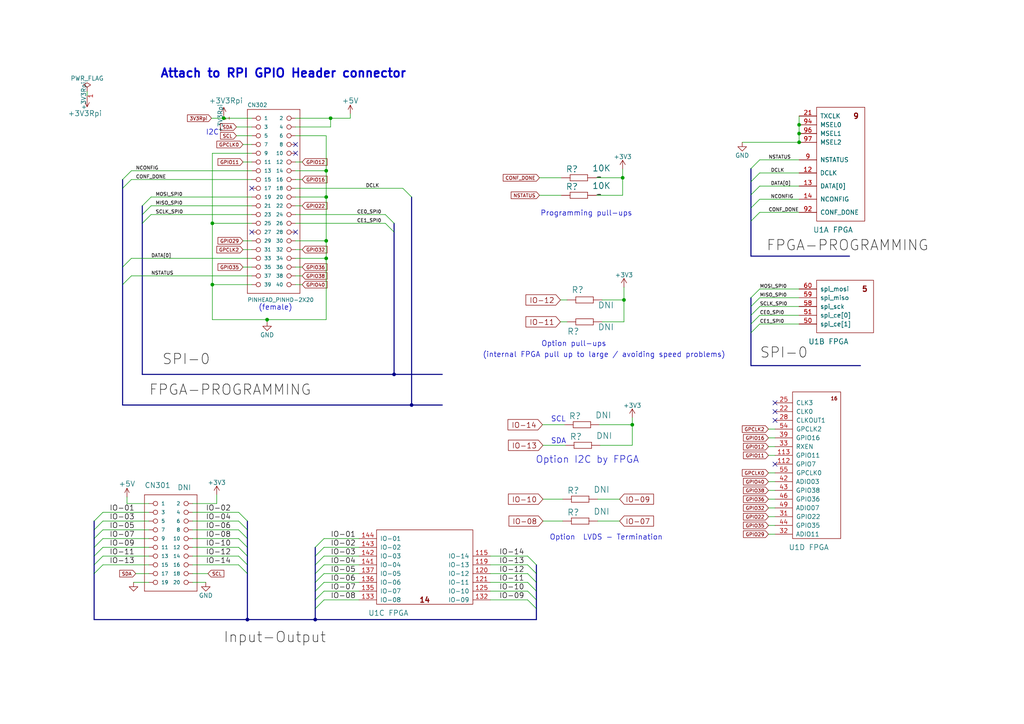
<source format=kicad_sch>
(kicad_sch (version 20231120) (generator "eeschema") (generator_version "8.0")
  (paper "A4")
  (title_block (date "2021-04-21") (rev "beta5") (company "AppMind") (comment 1 "PA3GSB"))
  (lib_symbols
    (symbol "Radioberry:+3V3Rpi" (power) (pin_names (offset 0))
      (property "Value" "+3V3Rpi" (at 0.635 5.08 0))
      (symbol "+3V3Rpi_0_1"
        (polyline (pts (xy 0 3.175) (xy -0.635 1.905)))
        (polyline (pts (xy 0 0) (xy 0 3.175) (xy 0.635 1.905)))
      )
      (symbol "+3V3Rpi_1_1"
        (pin power_in line (at 0 0 90) (length 0) (name "+3V3Rpi") (number "1"))
      )
    )
    (symbol "Radioberry:+5V" (pin_names (offset 0))
      (property "Value" "+5V" (at 0 3.81 0))
      (symbol "+5V_0_1"
        (polyline (pts (xy 0 0) (xy 0 2.54)))
        (polyline (pts (xy 0 2.54) (xy -0.635 1.27)))
        (polyline (pts (xy 0 2.54) (xy 0.635 1.27)))
      )
      (symbol "+5V_1_1"
        (pin power_in line (at 0 0 90) (length 0) hide (name "+5V") (number "1"))
      )
    )
    (symbol "Radioberry:FPGA" (pin_names (offset 1.016))
      (property "Reference" "U" (at 2.54 -2.54 0))
      (property "Value" "FPGA" (at 8.89 -2.54 0))
      (symbol "FPGA_1_0"
        (text "9" (at 12.7 30.48 0) (effects (font (size 1.524 1.524) (bold yes))))
      )
      (symbol "FPGA_1_1"
        (rectangle (start 1.27 33.02) (end 15.24 0))
        (pin input line (at -3.81 13.97 0) (length 5.0038) (name "DCLK") (number "12"))
        (pin input line (at -3.81 10.16 0) (length 5.08) (name "DATA[0]") (number "13"))
        (pin input line (at -3.81 6.35 0) (length 5.08) (name "NCONFIG") (number "14"))
        (pin input line (at -3.81 30.48 0) (length 5.08) (name "TXCLK") (number "21"))
        (pin input line (at -3.81 17.78 0) (length 5.08) (name "NSTATUS") (number "9"))
        (pin input line (at -3.81 2.54 0) (length 5.08) (name "CONF_DONE") (number "92"))
        (pin input line (at -3.81 27.94 0) (length 5.08) (name "MSEL0") (number "94"))
        (pin input line (at -3.81 25.4 0) (length 5.08) (name "MSEL1") (number "96"))
        (pin input line (at -3.81 22.86 0) (length 5.08) (name "MSEL2") (number "97"))
      )
      (symbol "FPGA_2_0"
        (text "5" (at 16.51 12.7 0) (effects (font (size 1.524 1.524) (bold yes))))
      )
      (symbol "FPGA_2_1"
        (rectangle (start 2.54 15.24) (end 19.05 0))
        (rectangle (start 11.43 30.48) (end 11.43 30.48))
        (rectangle (start 11.43 30.48) (end 11.43 30.48))
        (pin input line (at -2.54 2.54 0) (length 5.08) (name "spi_ce[1]") (number "50"))
        (pin input line (at -2.54 5.08 0) (length 5.08) (name "spi_ce[0]") (number "51"))
        (pin input line (at -2.54 7.62 0) (length 5.08) (name "spi_sck") (number "58"))
        (pin output line (at -2.54 10.16 0) (length 5.08) (name "spi_miso") (number "59"))
        (pin input line (at -2.54 12.7 0) (length 5.08) (name "spi_mosi") (number "60"))
      )
      (symbol "FPGA_3_0"
        (text "14" (at 16.51 1.27 0) (effects (font (size 1.524 1.524) (bold yes))))
      )
      (symbol "FPGA_3_1"
        (rectangle (start 2.54 21.59) (end 30.48 0))
        (pin bidirectional line (at 35.56 13.97 180) (length 5.08) (name "IO-14") (number "115"))
        (pin bidirectional line (at 35.56 11.43 180) (length 5.08) (name "IO-13") (number "119"))
        (pin input line (at 35.56 8.89 180) (length 5.08) (name "IO-12") (number "120"))
        (pin bidirectional line (at 35.56 6.35 180) (length 5.08) (name "IO-11") (number "121"))
        (pin bidirectional line (at 35.56 3.81 180) (length 5.08) (name "IO-10") (number "125"))
        (pin bidirectional line (at 35.56 1.27 180) (length 5.08) (name "IO-09") (number "132"))
        (pin bidirectional line (at -2.54 1.27 0) (length 5.08) (name "IO-08") (number "133"))
        (pin bidirectional line (at -2.54 3.81 0) (length 5.08) (name "IO-07") (number "135"))
        (pin bidirectional line (at -2.54 6.35 0) (length 5.08) (name "IO-06") (number "136"))
        (pin bidirectional line (at -2.54 8.89 0) (length 5.08) (name "IO-05") (number "137"))
        (pin bidirectional line (at -2.54 11.43 0) (length 5.08) (name "IO-04") (number "141"))
        (pin bidirectional line (at -2.54 13.97 0) (length 5.08) (name "IO-03") (number "142"))
        (pin bidirectional line (at -2.54 16.51 0) (length 5.08) (name "IO-02") (number "143"))
        (pin output line (at -2.54 19.05 0) (length 5.08) (name "IO-01") (number "144"))
      )
      (symbol "FPGA_4_0"
        (text "16" (at 13.335 40.64 0) (effects (font (size 0.9906 0.9906) (bold yes))))
      )
      (symbol "FPGA_4_1"
        (rectangle (start 1.27 42.545) (end 15.24 0))
        (pin power_in line (at -3.81 21.59 0) (length 5.0038) (name "GPIO7") (number "112"))
        (pin input line (at -3.81 24.13 0) (length 5.0038) (name "GPIO11") (number "113"))
        (pin power_in line (at -3.81 36.83 0) (length 5.08) (name "CLK0") (number "22"))
        (pin power_in line (at -3.81 39.37 0) (length 5.08) (name "CLK3") (number "25"))
        (pin input line (at -3.81 34.29 0) (length 5.08) (name "CLKOUT1") (number "28"))
        (pin power_in line (at -3.81 6.35 0) (length 5.08) (name "GPIO22") (number "31"))
        (pin input line (at -3.81 1.27 0) (length 5.0038) (name "ADIO11") (number "32"))
        (pin power_in line (at -3.81 26.67 0) (length 5.0038) (name "RXEN") (number "33"))
        (pin input line (at -3.81 29.21 0) (length 5.0038) (name "GPIO16") (number "39"))
        (pin input line (at -3.81 16.51 0) (length 5.0038) (name "ADIO03") (number "42"))
        (pin input line (at -3.81 13.97 0) (length 5.0038) (name "GPIO38") (number "43"))
        (pin input line (at -3.81 3.81 0) (length 5.0038) (name "GPIO35") (number "44"))
        (pin input line (at -3.81 11.43 0) (length 5.0038) (name "GPIO36") (number "46"))
        (pin input line (at -3.81 8.89 0) (length 5.0038) (name "ADIO07") (number "49"))
        (pin input line (at -3.81 31.75 0) (length 5.08) (name "GPCLK2") (number "54"))
        (pin input line (at -3.81 19.05 0) (length 5.08) (name "GPCLK0") (number "55"))
      )
      (symbol "FPGA_5_0"
        (text "55" (at 26.67 3.81 0) (effects (font (size 1.524 1.524) (bold yes))))
      )
      (symbol "FPGA_5_1"
        (rectangle (start 1.27 149.86) (end 30.48 0))
        (pin power_in line (at -3.81 143.51 0) (length 5.08) (name "VCCD_PLL3") (number "1"))
        (pin power_in line (at -3.81 87.63 0) (length 5.08) (name "VCCINT") (number "102"))
        (pin power_in line (at -3.81 31.75 0) (length 5.08) (name "GND") (number "104"))
        (pin power_in line (at -3.81 114.3 0) (length 5.08) (name "VCAA2") (number "107"))
        (pin output line (at -3.81 59.69 0) (length 5.0038) (name "MODE") (number "108"))
        (pin power_in line (at -3.81 140.97 0) (length 5.08) (name "VCCD_PLL2") (number "109"))
        (pin input line (at -3.81 34.29 0) (length 5.08) (name "CLKOUT1") (number "110"))
        (pin power_in line (at -3.81 90.17 0) (length 5.08) (name "VCCINT") (number "116"))
        (pin power_in line (at 35.56 72.39 180) (length 5.08) (name "VCCIO7") (number "117"))
        (pin power_in line (at -3.81 36.83 0) (length 5.08) (name "GND") (number "118"))
        (pin power_in line (at 35.56 69.85 180) (length 5.08) (name "VCCIO7") (number "122"))
        (pin power_in line (at -3.81 39.37 0) (length 5.08) (name "GND") (number "123"))
        (pin power_in line (at -3.81 92.71 0) (length 5.08) (name "VCCINT") (number "124"))
        (pin power_in line (at 35.56 60.96 180) (length 5.08) (name "VCCIO8") (number "130"))
        (pin power_in line (at -3.81 41.91 0) (length 5.08) (name "GND") (number "131"))
        (pin power_in line (at -3.81 97.79 0) (length 5.08) (name "VCCINT") (number "134"))
        (pin power_in line (at -3.81 95.25 0) (length 5.08) (name "VCCINT") (number "138"))
        (pin power_in line (at 35.56 58.42 180) (length 5.08) (name "VCCIO8") (number "139"))
        (pin power_in line (at -3.81 44.45 0) (length 5.08) (name "GND") (number "140"))
        (pin power_in line (at -3.81 46.99 0) (length 5.08) (name "PAD") (number "145"))
        (pin power_in line (at 35.56 121.92 180) (length 5.08) (name "VCCIO1") (number "17"))
        (pin power_in line (at -3.81 3.81 0) (length 5.0038) (name "GND") (number "19"))
        (pin power_in line (at -3.81 52.07 0) (length 5.08) (name "GNDA") (number "2"))
        (pin power_in line (at 35.56 118.11 180) (length 5.08) (name "VCCIO2") (number "26"))
        (pin power_in line (at -3.81 6.35 0) (length 5.08) (name "GND") (number "27"))
        (pin power_in line (at -3.81 69.85 0) (length 5.08) (name "VCCINT") (number "29"))
        (pin power_in line (at -3.81 116.84 0) (length 5.08) (name "VCCA3") (number "3"))
        (pin input line (at -3.81 8.89 0) (length 5.0038) (name "ADIO07") (number "30"))
        (pin power_in line (at -3.81 72.39 0) (length 5.08) (name "VCCINT") (number "34"))
        (pin power_in line (at -3.81 111.76 0) (length 5.08) (name "VCCA1") (number "35"))
        (pin input line (at -3.81 54.61 0) (length 5.08) (name "RESET") (number "36"))
        (pin power_in line (at -3.81 138.43 0) (length 5.08) (name "VCCD_PLL1") (number "37"))
        (pin power_in line (at -3.81 74.93 0) (length 5.08) (name "VCCINT") (number "38"))
        (pin input line (at -3.81 1.27 0) (length 5.0038) (name "ADIO11") (number "4"))
        (pin power_in line (at 35.56 110.49 180) (length 5.08) (name "VCCIO3") (number "40"))
        (pin power_in line (at -3.81 11.43 0) (length 5.0038) (name "GND") (number "41"))
        (pin power_in line (at -3.81 77.47 0) (length 5.08) (name "VCCINT") (number "45"))
        (pin power_in line (at 35.56 107.95 180) (length 5.08) (name "VCCIO3") (number "47"))
        (pin power_in line (at -3.81 13.97 0) (length 5.0038) (name "GND") (number "48"))
        (pin power_in line (at -3.81 67.31 0) (length 5.08) (name "VCCINT") (number "5"))
        (pin power_in line (at 35.56 100.33 180) (length 5.08) (name "VCCIO4") (number "56"))
        (pin input line (at -3.81 16.51 0) (length 5.0038) (name "ADIO03") (number "57"))
        (pin power_in line (at -3.81 100.33 0) (length 5.08) (name "VCCINT") (number "61"))
        (pin power_in line (at 35.56 97.79 180) (length 5.08) (name "VCCIO4") (number "62"))
        (pin input line (at -3.81 19.05 0) (length 5.08) (name "GND") (number "63"))
        (pin power_in line (at -3.81 21.59 0) (length 5.0038) (name "GND") (number "64"))
        (pin power_in line (at -3.81 80.01 0) (length 5.08) (name "VCCINT") (number "70"))
        (pin power_in line (at -3.81 146.05 0) (length 5.08) (name "VCCD_PLL4") (number "73"))
        (pin power_in line (at -3.81 57.15 0) (length 5.08) (name "GNDA") (number "74"))
        (pin power_in line (at -3.81 119.38 0) (length 5.08) (name "VCAA4") (number "75"))
        (pin power_in line (at -3.81 82.55 0) (length 5.08) (name "VCCINT") (number "78"))
        (pin power_in line (at -3.81 24.13 0) (length 5.0038) (name "GND") (number "79"))
        (pin power_in line (at 35.56 90.17 180) (length 5.08) (name "VCCIO5") (number "81"))
        (pin power_in line (at -3.81 26.67 0) (length 5.0038) (name "RXEN") (number "82"))
        (pin power_in line (at -3.81 85.09 0) (length 5.08) (name "VCCINT") (number "84"))
        (pin power_in line (at 35.56 81.28 180) (length 5.08) (name "VCCIO6") (number "93"))
        (pin power_in line (at -3.81 29.21 0) (length 5.0038) (name "GND") (number "95"))
      )
      (symbol "FPGA_6_1"
        (rectangle (start 1.27 62.23) (end 15.24 0))
        (pin input line (at -3.81 8.89 0) (length 5.0038) (name "ADIO07") (number "100"))
        (pin input line (at -3.81 6.985 0) (length 5.08) (name "ADIO08") (number "101"))
        (pin input line (at -3.81 5.08 0) (length 5.08) (name "ADIO09") (number "103"))
        (pin input line (at -3.81 3.175 0) (length 5.08) (name "ADIO10") (number "105"))
        (pin input line (at -3.81 1.27 0) (length 5.0038) (name "ADIO11") (number "106"))
        (pin output line (at -3.81 59.69 0) (length 5.0038) (name "MODE") (number "111"))
        (pin input line (at -3.81 54.61 0) (length 5.08) (name "RESET") (number "114"))
        (pin input line (at -3.81 34.29 0) (length 5.08) (name "CLKOUT1") (number "53"))
        (pin input line (at -3.81 50.165 0) (length 5.08) (name "SEN") (number "65"))
        (pin input line (at -3.81 47.625 0) (length 5.08) (name "SCLK") (number "66"))
        (pin input line (at -3.81 45.085 0) (length 5.08) (name "SDO") (number "67"))
        (pin input line (at -3.81 42.545 0) (length 5.08) (name "SDIO") (number "68"))
        (pin input line (at -3.81 36.83 0) (length 5.08) (name "ClkOUT1") (number "69"))
        (pin input line (at -3.81 32.385 0) (length 5.08) (name "RXCLK") (number "71"))
        (pin input line (at -3.81 30.48 0) (length 5.08) (name "TXCLK") (number "72"))
        (pin input line (at -3.81 28.575 0) (length 5.08) (name "TXEN") (number "76"))
        (pin power_in line (at -3.81 26.67 0) (length 5.0038) (name "RXEN") (number "77"))
        (pin input line (at -3.81 22.225 0) (length 5.08) (name "ADIO00") (number "80"))
        (pin input line (at -3.81 20.32 0) (length 5.08) (name "ADIO01") (number "83"))
        (pin input line (at -3.81 18.415 0) (length 5.08) (name "ADIO02") (number "85"))
        (pin input line (at -3.81 16.51 0) (length 5.0038) (name "ADIO03") (number "86"))
        (pin input line (at -3.81 14.605 0) (length 5.08) (name "ADIO04") (number "87"))
        (pin input line (at -3.81 12.7 0) (length 5.08) (name "ADIO05") (number "98"))
        (pin input line (at -3.81 10.795 0) (length 5.08) (name "ADIO06") (number "99"))
      )
    )
    (symbol "Radioberry:PINHEAD_PINHD-2X10" (pin_numbers hide) (pin_names (offset 1.016))
      (property "Reference" "JP" (at -6.35 13.335 0))
      (property "Value" "PINHEAD_PINHD-2X10" (at -6.35 -17.78 0))
      (symbol "PINHEAD_PINHD-2X10_1_0"
        (polyline (pts (xy -6.35 -15.24) (xy 8.89 -15.24)))
        (polyline (pts (xy -6.35 12.7) (xy -6.35 -15.24)))
        (polyline (pts (xy 8.89 -15.24) (xy 8.89 12.7)))
        (polyline (pts (xy 8.89 12.7) (xy -6.35 12.7)))
      )
      (symbol "PINHEAD_PINHD-2X10_1_1"
        (pin passive inverted (at -5.08 10.16 0) (length 2.54) (name "1") (number "1"))
        (pin passive inverted (at 7.62 0 180) (length 2.54) (name "10") (number "10"))
        (pin passive inverted (at -5.08 -2.54 0) (length 2.54) (name "11") (number "11"))
        (pin passive inverted (at 7.62 -2.54 180) (length 2.54) (name "12") (number "12"))
        (pin passive inverted (at -5.08 -5.08 0) (length 2.54) (name "13") (number "13"))
        (pin passive inverted (at 7.62 -5.08 180) (length 2.54) (name "14") (number "14"))
        (pin passive inverted (at -5.08 -7.62 0) (length 2.54) (name "15") (number "15"))
        (pin passive inverted (at 7.62 -7.62 180) (length 2.54) (name "16") (number "16"))
        (pin passive inverted (at -5.08 -10.16 0) (length 2.54) (name "17") (number "17"))
        (pin passive inverted (at 7.62 -10.16 180) (length 2.54) (name "18") (number "18"))
        (pin passive inverted (at -5.08 -12.7 0) (length 2.54) (name "19") (number "19"))
        (pin passive inverted (at 7.62 10.16 180) (length 2.54) (name "2") (number "2"))
        (pin passive inverted (at 7.62 -12.7 180) (length 2.54) (name "20") (number "20"))
        (pin passive inverted (at -5.08 7.62 0) (length 2.54) (name "3") (number "3"))
        (pin passive inverted (at 7.62 7.62 180) (length 2.54) (name "4") (number "4"))
        (pin passive inverted (at -5.08 5.08 0) (length 2.54) (name "5") (number "5"))
        (pin passive inverted (at 7.62 5.08 180) (length 2.54) (name "6") (number "6"))
        (pin passive inverted (at -5.08 2.54 0) (length 2.54) (name "7") (number "7"))
        (pin passive inverted (at 7.62 2.54 180) (length 2.54) (name "8") (number "8"))
        (pin passive inverted (at -5.08 0 0) (length 2.54) (name "9") (number "9"))
      )
    )
    (symbol "Radioberry:PINHEAD_PINHD-2X20" (pin_numbers hide) (pin_names (offset 1.016))
      (property "Reference" "JP" (at -6.35 26.035 0))
      (property "Value" "PINHEAD_PINHD-2X20" (at -6.35 -30.48 0))
      (symbol "PINHEAD_PINHD-2X20_1_0"
        (polyline (pts (xy -6.35 -27.94) (xy 8.89 -27.94)))
        (polyline (pts (xy -6.35 25.4) (xy -6.35 -27.94)))
        (polyline (pts (xy 8.89 -27.94) (xy 8.89 25.4)))
        (polyline (pts (xy 8.89 25.4) (xy -6.35 25.4)))
      )
      (symbol "PINHEAD_PINHD-2X20_1_1"
        (pin passive inverted (at -5.08 22.86 0) (length 2.54) (name "1") (number "1"))
        (pin passive inverted (at 7.62 12.7 180) (length 2.54) (name "10") (number "10"))
        (pin passive inverted (at -5.08 10.16 0) (length 2.54) (name "11") (number "11"))
        (pin passive inverted (at 7.62 10.16 180) (length 2.54) (name "12") (number "12"))
        (pin passive inverted (at -5.08 7.62 0) (length 2.54) (name "13") (number "13"))
        (pin passive inverted (at 7.62 7.62 180) (length 2.54) (name "14") (number "14"))
        (pin passive inverted (at -5.08 5.08 0) (length 2.54) (name "15") (number "15"))
        (pin passive inverted (at 7.62 5.08 180) (length 2.54) (name "16") (number "16"))
        (pin passive inverted (at -5.08 2.54 0) (length 2.54) (name "17") (number "17"))
        (pin passive inverted (at 7.62 2.54 180) (length 2.54) (name "18") (number "18"))
        (pin passive inverted (at -5.08 0 0) (length 2.54) (name "19") (number "19"))
        (pin passive inverted (at 7.62 22.86 180) (length 2.54) (name "2") (number "2"))
        (pin passive inverted (at 7.62 0 180) (length 2.54) (name "20") (number "20"))
        (pin passive inverted (at -5.08 -2.54 0) (length 2.54) (name "21") (number "21"))
        (pin passive inverted (at 7.62 -2.54 180) (length 2.54) (name "22") (number "22"))
        (pin passive inverted (at -5.08 -5.08 0) (length 2.54) (name "23") (number "23"))
        (pin passive inverted (at 7.62 -5.08 180) (length 2.54) (name "24") (number "24"))
        (pin passive inverted (at -5.08 -7.62 0) (length 2.54) (name "25") (number "25"))
        (pin passive inverted (at 7.62 -7.62 180) (length 2.54) (name "26") (number "26"))
        (pin passive inverted (at -5.08 -10.16 0) (length 2.54) (name "27") (number "27"))
        (pin passive inverted (at 7.62 -10.16 180) (length 2.54) (name "28") (number "28"))
        (pin passive inverted (at -5.08 -12.7 0) (length 2.54) (name "29") (number "29"))
        (pin passive inverted (at -5.08 20.32 0) (length 2.54) (name "3") (number "3"))
        (pin passive inverted (at 7.62 -12.7 180) (length 2.54) (name "30") (number "30"))
        (pin passive inverted (at -5.08 -15.24 0) (length 2.54) (name "31") (number "31"))
        (pin passive inverted (at 7.62 -15.24 180) (length 2.54) (name "32") (number "32"))
        (pin passive inverted (at -5.08 -17.78 0) (length 2.54) (name "33") (number "33"))
        (pin passive inverted (at 7.62 -17.78 180) (length 2.54) (name "34") (number "34"))
        (pin passive inverted (at -5.08 -20.32 0) (length 2.54) (name "35") (number "35"))
        (pin passive inverted (at 7.62 -20.32 180) (length 2.54) (name "36") (number "36"))
        (pin passive inverted (at -5.08 -22.86 0) (length 2.54) (name "37") (number "37"))
        (pin passive inverted (at 7.62 -22.86 180) (length 2.54) (name "38") (number "38"))
        (pin passive inverted (at -5.08 -25.4 0) (length 2.54) (name "39") (number "39"))
        (pin passive inverted (at 7.62 20.32 180) (length 2.54) (name "4") (number "4"))
        (pin passive inverted (at 7.62 -25.4 180) (length 2.54) (name "40") (number "40"))
        (pin passive inverted (at -5.08 17.78 0) (length 2.54) (name "5") (number "5"))
        (pin passive inverted (at 7.62 17.78 180) (length 2.54) (name "6") (number "6"))
        (pin passive inverted (at -5.08 15.24 0) (length 2.54) (name "7") (number "7"))
        (pin passive inverted (at 7.62 15.24 180) (length 2.54) (name "8") (number "8"))
        (pin passive inverted (at -5.08 12.7 0) (length 2.54) (name "9") (number "9"))
      )
    )
    (symbol "Radioberry:RCL_R-EU_R0805" (pin_numbers hide) (pin_names (offset 1.016) hide)
      (property "Reference" "R" (at -3.81 1.4986 0))
      (property "Value" "RCL_R-EU_R0805" (at -3.81 -3.302 0))
      (symbol "RCL_R-EU_R0805_1_0"
        (polyline (pts (xy -2.54 -0.889) (xy -2.54 0.889)))
        (polyline (pts (xy -2.54 -0.889) (xy 2.54 -0.889)))
        (polyline (pts (xy 2.54 -0.889) (xy 2.54 0.889)))
        (polyline (pts (xy 2.54 0.889) (xy -2.54 0.889)))
      )
      (symbol "RCL_R-EU_R0805_1_1"
        (pin passive line (at -5.08 0 0) (length 2.54) (name "1") (number "1"))
        (pin passive line (at 5.08 0 180) (length 2.54) (name "2") (number "2"))
      )
    )
    (symbol "hermeslite:+3V3" (power) (pin_names (offset 0))
      (property "Value" "+3V3" (at 0 3.556 0))
      (symbol "+3V3_0_1"
        (polyline (pts (xy -0.762 1.27) (xy 0 2.54)))
        (polyline (pts (xy 0 0) (xy 0 2.54)))
        (polyline (pts (xy 0 2.54) (xy 0.762 1.27)))
      )
      (symbol "+3V3_1_1"
        (pin power_in line (at 0 0 90) (length 0) hide (name "+3V3") (number "1"))
      )
    )
    (symbol "hermeslite:GND" (power) (pin_names (offset 0))
      (property "Value" "GND" (at 0 -3.81 0))
      (symbol "GND_0_1"
        (polyline (pts (xy 0 0) (xy 0 -1.27) (xy 1.27 -1.27) (xy 0 -2.54) (xy -1.27 -1.27) (xy 0 -1.27)))
      )
      (symbol "GND_1_1"
        (pin power_in line (at 0 0 270) (length 0) hide (name "GND") (number "1"))
      )
    )
    (symbol "power:PWR_FLAG" (power) (pin_numbers hide) (pin_names (offset 0) hide)
      (property "Value" "PWR_FLAG" (at 0 3.81 0))
      (symbol "PWR_FLAG_0_0"
        (pin power_out line (at 0 0 90) (length 0) (name "~") (number "1"))
      )
      (symbol "PWR_FLAG_0_1"
        (polyline (pts (xy 0 0) (xy 0 1.27) (xy -1.016 1.905) (xy 0 2.54) (xy 1.016 1.905) (xy 0 1.27)))
      )
    )
  )
  (junction (at 77.47 92.71))
  (junction (at 180.975 86.995))
  (junction (at 231.775 38.735))
  (junction (at 183.388 123.19))
  (junction (at 94.615 49.53))
  (junction (at 180.594 51.562))
  (junction (at 64.897 34.29))
  (junction (at 71.755 179.705))
  (junction (at 114.3 108.585))
  (junction (at 231.775 41.275))
  (junction (at 231.775 36.195))
  (junction (at 61.595 82.55))
  (junction (at 94.615 69.85))
  (junction (at 94.615 57.15))
  (junction (at 94.615 74.93))
  (junction (at 119.38 117.475))
  (junction (at 95.885 34.29))
  (junction (at 91.44 179.705))
  (junction (at 61.595 64.77))
  (no_connect (at 224.79 119.38))
  (no_connect (at 85.725 41.91))
  (no_connect (at 73.025 67.31))
  (no_connect (at 73.025 54.61))
  (no_connect (at 224.79 134.62))
  (no_connect (at 224.79 116.84))
  (no_connect (at 224.79 121.92))
  (no_connect (at 85.725 44.45))
  (no_connect (at 85.725 67.31))
  (bus_entry (at 27.305 166.37) (size 2.54 -2.54))
  (bus_entry (at 217.805 88.9) (size 2.54 -2.54))
  (bus_entry (at 217.805 64.135) (size 2.54 -2.54))
  (bus_entry (at 217.805 96.52) (size 2.54 -2.54))
  (bus_entry (at 91.44 176.53) (size 2.54 -2.54))
  (bus_entry (at 35.56 82.55) (size 2.54 -2.54))
  (bus_entry (at 27.305 151.13) (size 2.54 -2.54))
  (bus_entry (at 111.76 62.23) (size 2.54 2.54))
  (bus_entry (at 27.305 156.21) (size 2.54 -2.54))
  (bus_entry (at 217.805 91.44) (size 2.54 -2.54))
  (bus_entry (at 153.035 161.29) (size 2.54 2.54))
  (bus_entry (at 217.805 48.895) (size 2.54 -2.54))
  (bus_entry (at 217.805 86.36) (size 2.54 -2.54))
  (bus_entry (at 217.805 93.98) (size 2.54 -2.54))
  (bus_entry (at 35.56 54.61) (size 2.54 -2.54))
  (bus_entry (at 69.215 161.29) (size 2.54 2.54))
  (bus_entry (at 69.215 158.75) (size 2.54 2.54))
  (bus_entry (at 35.56 77.47) (size 2.54 -2.54))
  (bus_entry (at 27.305 161.29) (size 2.54 -2.54))
  (bus_entry (at 35.56 52.07) (size 2.54 -2.54))
  (bus_entry (at 69.215 153.67) (size 2.54 2.54))
  (bus_entry (at 153.035 168.91) (size 2.54 2.54))
  (bus_entry (at 116.84 54.61) (size 2.54 2.54))
  (bus_entry (at 91.44 158.75) (size 2.54 -2.54))
  (bus_entry (at 69.215 151.13) (size 2.54 2.54))
  (bus_entry (at 91.44 166.37) (size 2.54 -2.54))
  (bus_entry (at 153.035 171.45) (size 2.54 2.54))
  (bus_entry (at 27.305 163.83) (size 2.54 -2.54))
  (bus_entry (at 91.44 171.45) (size 2.54 -2.54))
  (bus_entry (at 27.305 158.75) (size 2.54 -2.54))
  (bus_entry (at 111.76 64.77) (size 2.54 2.54))
  (bus_entry (at 153.035 163.83) (size 2.54 2.54))
  (bus_entry (at 217.805 60.325) (size 2.54 -2.54))
  (bus_entry (at 27.305 153.67) (size 2.54 -2.54))
  (bus_entry (at 91.44 168.91) (size 2.54 -2.54))
  (bus_entry (at 69.215 163.83) (size 2.54 2.54))
  (bus_entry (at 41.275 62.23) (size 2.54 -2.54))
  (bus_entry (at 69.215 148.59) (size 2.54 2.54))
  (bus_entry (at 153.035 166.37) (size 2.54 2.54))
  (bus_entry (at 153.035 173.99) (size 2.54 2.54))
  (bus_entry (at 91.44 163.83) (size 2.54 -2.54))
  (bus_entry (at 69.215 156.21) (size 2.54 2.54))
  (bus_entry (at 41.275 59.69) (size 2.54 -2.54))
  (bus_entry (at 91.44 161.29) (size 2.54 -2.54))
  (bus_entry (at 41.275 64.77) (size 2.54 -2.54))
  (bus_entry (at 217.805 56.515) (size 2.54 -2.54))
  (bus_entry (at 217.805 52.705) (size 2.54 -2.54))
  (bus_entry (at 91.44 173.99) (size 2.54 -2.54))
  (bus (pts (xy 71.755 166.37) (xy 71.755 179.705)))
  (wire (pts (xy 77.47 93.345) (xy 77.47 92.71)))
  (wire (pts (xy 43.815 62.23) (xy 73.025 62.23)))
  (wire (pts (xy 77.47 92.71) (xy 94.615 92.71)))
  (wire (pts (xy 64.897 34.29) (xy 73.025 34.29)))
  (wire (pts (xy 183.388 129.159) (xy 174.117 129.159)))
  (wire (pts (xy 85.725 62.23) (xy 111.76 62.23)))
  (wire (pts (xy 220.345 86.36) (xy 231.775 86.36)))
  (wire (pts (xy 142.24 163.83) (xy 153.035 163.83)))
  (bus (pts (xy 217.805 56.515) (xy 217.805 60.325)))
  (wire (pts (xy 220.345 88.9) (xy 231.775 88.9)))
  (wire (pts (xy 173.355 144.78) (xy 179.705 144.78)))
  (wire (pts (xy 222.885 147.32) (xy 224.79 147.32)))
  (wire (pts (xy 73.025 57.15) (xy 43.815 57.15)))
  (wire (pts (xy 85.725 69.85) (xy 94.615 69.85)))
  (bus (pts (xy 27.305 153.67) (xy 27.305 156.21)))
  (wire (pts (xy 70.485 69.85) (xy 73.025 69.85)))
  (wire (pts (xy 85.725 54.61) (xy 116.84 54.61)))
  (wire (pts (xy 69.215 158.75) (xy 55.88 158.75)))
  (wire (pts (xy 94.615 39.37) (xy 85.725 39.37)))
  (wire (pts (xy 55.88 153.67) (xy 69.215 153.67)))
  (bus (pts (xy 114.3 64.77) (xy 114.3 67.31)))
  (bus (pts (xy 217.805 64.135) (xy 217.805 74.295)))
  (wire (pts (xy 61.595 44.45) (xy 73.025 44.45)))
  (wire (pts (xy 164.465 86.995) (xy 162.56 86.995)))
  (bus (pts (xy 71.755 158.75) (xy 71.755 161.29)))
  (wire (pts (xy 70.485 41.91) (xy 73.025 41.91)))
  (bus (pts (xy 91.44 173.99) (xy 91.44 176.53)))
  (wire (pts (xy 55.88 148.59) (xy 69.215 148.59)))
  (wire (pts (xy 70.485 46.99) (xy 73.025 46.99)))
  (wire (pts (xy 142.24 173.99) (xy 153.035 173.99)))
  (wire (pts (xy 85.725 74.93) (xy 94.615 74.93)))
  (wire (pts (xy 61.595 92.71) (xy 77.47 92.71)))
  (wire (pts (xy 73.025 52.07) (xy 38.1 52.07)))
  (bus (pts (xy 155.575 166.37) (xy 155.575 168.91)))
  (wire (pts (xy 93.98 171.45) (xy 104.14 171.45)))
  (bus (pts (xy 155.575 173.99) (xy 155.575 176.53)))
  (bus (pts (xy 27.305 179.705) (xy 71.755 179.705)))
  (wire (pts (xy 70.485 77.47) (xy 73.025 77.47)))
  (wire (pts (xy 180.594 51.562) (xy 180.594 56.642)))
  (wire (pts (xy 220.345 93.98) (xy 231.775 93.98)))
  (wire (pts (xy 156.464 56.642) (xy 162.814 56.642)))
  (wire (pts (xy 180.594 56.642) (xy 172.974 56.642)))
  (bus (pts (xy 91.44 179.705) (xy 155.575 179.705)))
  (bus (pts (xy 27.305 166.37) (xy 27.305 179.705)))
  (bus (pts (xy 114.3 67.31) (xy 114.3 108.585)))
  (wire (pts (xy 163.957 129.159) (xy 157.48 129.159)))
  (bus (pts (xy 217.805 88.9) (xy 217.805 91.44)))
  (wire (pts (xy 61.595 44.45) (xy 61.595 64.77)))
  (wire (pts (xy 222.885 139.7) (xy 224.79 139.7)))
  (wire (pts (xy 55.88 151.13) (xy 69.215 151.13)))
  (wire (pts (xy 180.975 93.345) (xy 174.625 93.345)))
  (wire (pts (xy 142.24 168.91) (xy 153.035 168.91)))
  (wire (pts (xy 220.345 91.44) (xy 231.775 91.44)))
  (wire (pts (xy 73.025 82.55) (xy 61.595 82.55)))
  (wire (pts (xy 156.464 51.562) (xy 162.814 51.562)))
  (wire (pts (xy 222.885 124.46) (xy 224.79 124.46)))
  (bus (pts (xy 71.755 163.83) (xy 71.755 166.37)))
  (wire (pts (xy 95.885 34.29) (xy 95.885 36.83)))
  (wire (pts (xy 222.885 142.24) (xy 224.79 142.24)))
  (wire (pts (xy 36.83 146.05) (xy 36.83 144.145)))
  (wire (pts (xy 73.025 36.83) (xy 68.58 36.83)))
  (bus (pts (xy 27.305 163.83) (xy 27.305 166.37)))
  (wire (pts (xy 55.88 168.91) (xy 59.69 168.91)))
  (wire (pts (xy 183.388 121.158) (xy 183.388 123.19)))
  (wire (pts (xy 70.485 72.39) (xy 73.025 72.39)))
  (bus (pts (xy 41.275 59.69) (xy 41.275 62.23)))
  (bus (pts (xy 155.575 163.83) (xy 155.575 166.37)))
  (wire (pts (xy 231.775 33.655) (xy 231.775 36.195)))
  (bus (pts (xy 91.44 166.37) (xy 91.44 168.91)))
  (wire (pts (xy 43.18 158.75) (xy 29.845 158.75)))
  (bus (pts (xy 71.755 179.705) (xy 91.44 179.705)))
  (wire (pts (xy 55.88 166.37) (xy 60.325 166.37)))
  (bus (pts (xy 91.44 171.45) (xy 91.44 173.99)))
  (wire (pts (xy 73.025 39.37) (xy 68.58 39.37)))
  (bus (pts (xy 27.305 156.21) (xy 27.305 158.75)))
  (bus (pts (xy 217.805 74.295) (xy 246.38 74.295)))
  (wire (pts (xy 174.625 86.995) (xy 180.975 86.995)))
  (bus (pts (xy 35.56 82.55) (xy 35.56 117.475)))
  (bus (pts (xy 35.56 77.47) (xy 35.56 82.55)))
  (wire (pts (xy 142.24 171.45) (xy 153.035 171.45)))
  (wire (pts (xy 85.725 59.69) (xy 87.63 59.69)))
  (bus (pts (xy 41.275 62.23) (xy 41.275 64.77)))
  (wire (pts (xy 73.025 64.77) (xy 61.595 64.77)))
  (wire (pts (xy 172.974 51.562) (xy 180.594 51.562)))
  (wire (pts (xy 94.615 69.85) (xy 94.615 57.15)))
  (wire (pts (xy 220.345 53.975) (xy 231.775 53.975)))
  (wire (pts (xy 61.341 34.29) (xy 64.897 34.29)))
  (bus (pts (xy 35.56 117.475) (xy 119.38 117.475)))
  (wire (pts (xy 180.975 83.312) (xy 180.975 86.995)))
  (wire (pts (xy 94.615 74.93) (xy 94.615 69.85)))
  (bus (pts (xy 91.44 161.29) (xy 91.44 163.83)))
  (wire (pts (xy 43.18 146.05) (xy 36.83 146.05)))
  (wire (pts (xy 38.1 80.01) (xy 73.025 80.01)))
  (bus (pts (xy 217.805 106.045) (xy 249.555 106.045)))
  (wire (pts (xy 95.885 34.29) (xy 101.6 34.29)))
  (bus (pts (xy 35.56 52.07) (xy 35.56 54.61)))
  (wire (pts (xy 222.885 152.4) (xy 224.79 152.4)))
  (wire (pts (xy 95.885 36.83) (xy 85.725 36.83)))
  (wire (pts (xy 85.725 77.47) (xy 87.63 77.47)))
  (wire (pts (xy 220.345 61.595) (xy 231.775 61.595)))
  (wire (pts (xy 222.885 132.08) (xy 224.79 132.08)))
  (wire (pts (xy 85.725 34.29) (xy 95.885 34.29)))
  (wire (pts (xy 43.18 161.29) (xy 29.845 161.29)))
  (wire (pts (xy 29.845 148.59) (xy 43.18 148.59)))
  (wire (pts (xy 220.345 46.355) (xy 231.775 46.355)))
  (wire (pts (xy 61.595 82.55) (xy 61.595 92.71)))
  (wire (pts (xy 55.88 161.29) (xy 69.215 161.29)))
  (wire (pts (xy 85.725 80.01) (xy 87.63 80.01)))
  (bus (pts (xy 91.44 168.91) (xy 91.44 171.45)))
  (wire (pts (xy 231.775 41.275) (xy 215.265 41.275)))
  (bus (pts (xy 217.805 86.36) (xy 217.805 88.9)))
  (bus (pts (xy 217.805 60.325) (xy 217.805 64.135)))
  (wire (pts (xy 62.865 146.05) (xy 62.865 143.51)))
  (wire (pts (xy 183.388 123.19) (xy 183.388 129.159)))
  (wire (pts (xy 173.863 123.19) (xy 183.388 123.19)))
  (wire (pts (xy 157.48 151.13) (xy 163.195 151.13)))
  (wire (pts (xy 173.355 151.13) (xy 179.705 151.13)))
  (wire (pts (xy 94.615 92.71) (xy 94.615 74.93)))
  (bus (pts (xy 217.805 91.44) (xy 217.805 93.98)))
  (bus (pts (xy 91.44 176.53) (xy 91.44 179.705)))
  (wire (pts (xy 222.885 149.86) (xy 224.79 149.86)))
  (wire (pts (xy 222.885 144.78) (xy 224.79 144.78)))
  (bus (pts (xy 41.275 108.585) (xy 114.3 108.585)))
  (bus (pts (xy 71.755 156.21) (xy 71.755 158.75)))
  (wire (pts (xy 55.88 146.05) (xy 62.865 146.05)))
  (bus (pts (xy 71.755 151.13) (xy 71.755 153.67)))
  (wire (pts (xy 93.98 158.75) (xy 104.14 158.75)))
  (wire (pts (xy 220.345 83.82) (xy 231.775 83.82)))
  (wire (pts (xy 43.18 156.21) (xy 29.845 156.21)))
  (wire (pts (xy 164.465 93.345) (xy 162.56 93.345)))
  (bus (pts (xy 41.275 64.77) (xy 41.275 108.585)))
  (wire (pts (xy 85.725 46.99) (xy 87.63 46.99)))
  (wire (pts (xy 93.98 163.83) (xy 104.14 163.83)))
  (bus (pts (xy 71.755 161.29) (xy 71.755 163.83)))
  (wire (pts (xy 222.885 154.94) (xy 224.79 154.94)))
  (bus (pts (xy 155.575 171.45) (xy 155.575 173.99)))
  (wire (pts (xy 94.615 57.15) (xy 94.615 49.53)))
  (bus (pts (xy 71.755 153.67) (xy 71.755 156.21)))
  (wire (pts (xy 222.885 129.54) (xy 224.79 129.54)))
  (bus (pts (xy 217.805 48.895) (xy 217.805 52.705)))
  (bus (pts (xy 35.56 54.61) (xy 35.56 77.47)))
  (bus (pts (xy 119.38 57.15) (xy 119.38 117.475)))
  (wire (pts (xy 222.885 137.16) (xy 224.79 137.16)))
  (bus (pts (xy 155.575 168.91) (xy 155.575 171.45)))
  (wire (pts (xy 85.725 49.53) (xy 94.615 49.53)))
  (wire (pts (xy 43.18 153.67) (xy 29.845 153.67)))
  (wire (pts (xy 55.88 156.21) (xy 69.215 156.21)))
  (wire (pts (xy 38.1 74.93) (xy 73.025 74.93)))
  (wire (pts (xy 61.595 64.77) (xy 61.595 82.55)))
  (wire (pts (xy 180.975 86.995) (xy 180.975 93.345)))
  (wire (pts (xy 93.98 168.91) (xy 104.14 168.91)))
  (wire (pts (xy 43.18 163.83) (xy 29.845 163.83)))
  (wire (pts (xy 101.6 34.29) (xy 101.6 33.02)))
  (wire (pts (xy 231.775 36.195) (xy 231.775 38.735)))
  (wire (pts (xy 142.24 161.29) (xy 153.035 161.29)))
  (bus (pts (xy 217.805 93.98) (xy 217.805 96.52)))
  (wire (pts (xy 85.725 72.39) (xy 87.63 72.39)))
  (wire (pts (xy 180.594 49.022) (xy 180.594 51.562)))
  (wire (pts (xy 93.98 156.21) (xy 104.14 156.21)))
  (wire (pts (xy 43.18 151.13) (xy 29.845 151.13)))
  (wire (pts (xy 220.345 50.165) (xy 231.775 50.165)))
  (bus (pts (xy 155.575 176.53) (xy 155.575 179.705)))
  (bus (pts (xy 114.3 108.585) (xy 128.27 108.585)))
  (wire (pts (xy 73.025 59.69) (xy 43.815 59.69)))
  (wire (pts (xy 43.18 166.37) (xy 39.37 166.37)))
  (bus (pts (xy 91.44 158.75) (xy 91.44 161.29)))
  (bus (pts (xy 217.805 96.52) (xy 217.805 106.045)))
  (wire (pts (xy 93.98 161.29) (xy 104.14 161.29)))
  (wire (pts (xy 85.725 57.15) (xy 94.615 57.15)))
  (wire (pts (xy 231.775 38.735) (xy 231.775 41.275)))
  (wire (pts (xy 93.98 173.99) (xy 104.14 173.99)))
  (bus (pts (xy 217.805 52.705) (xy 217.805 56.515)))
  (wire (pts (xy 38.735 168.91) (xy 43.18 168.91)))
  (wire (pts (xy 73.025 49.53) (xy 38.1 49.53)))
  (wire (pts (xy 163.195 144.78) (xy 157.48 144.78)))
  (wire (pts (xy 85.725 52.07) (xy 87.63 52.07)))
  (bus (pts (xy 119.38 117.475) (xy 128.27 117.475)))
  (wire (pts (xy 94.615 49.53) (xy 94.615 39.37)))
  (wire (pts (xy 222.885 127) (xy 224.79 127)))
  (bus (pts (xy 91.44 163.83) (xy 91.44 166.37)))
  (wire (pts (xy 85.725 82.55) (xy 87.63 82.55)))
  (bus (pts (xy 27.305 158.75) (xy 27.305 161.29)))
  (wire (pts (xy 142.24 166.37) (xy 153.035 166.37)))
  (wire (pts (xy 85.725 64.77) (xy 111.76 64.77)))
  (wire (pts (xy 55.88 163.83) (xy 69.215 163.83)))
  (bus (pts (xy 27.305 161.29) (xy 27.305 163.83)))
  (wire (pts (xy 220.345 57.785) (xy 231.775 57.785)))
  (wire (pts (xy 25.273 26.543) (xy 25.273 27.813)))
  (wire (pts (xy 93.98 166.37) (xy 104.14 166.37)))
  (wire (pts (xy 157.353 123.19) (xy 163.703 123.19)))
  (bus (pts (xy 27.305 151.13) (xy 27.305 153.67)))
  (text " (internal FPGA pull up to large / avoiding speed problems)" (at 138.811 103.886 0) (effects (font (size 1.524 1.524)) (justify left bottom)))
  (text "I2C" (at 59.69 39.37 0) (effects (font (size 1.4986 1.4986)) (justify left bottom)))
  (text "Attach to RPI GPIO Header connector" (at 46.355 22.86 0) (effects (font (size 2.4892 2.4892) (thickness 0.4978) (bold yes)) (justify left bottom)))
  (text "Programming pull-ups" (at 156.718 62.865 0) (effects (font (size 1.524 1.524)) (justify left bottom)))
  (text "SCL" (at 159.766 122.555 0) (effects (font (size 1.524 1.524)) (justify left bottom)))
  (text "SDA" (at 159.766 128.905 0) (effects (font (size 1.524 1.524)) (justify left bottom)))
  (text "Option  LVDS - Termination" (at 159.385 156.845 0) (effects (font (size 1.524 1.524)) (justify left bottom)))
  (text "Option pull-ups " (at 156.972 100.711 0) (effects (font (size 1.524 1.524)) (justify left bottom)))
  (text "Option I2C by FPGA" (at 155.321 134.62 0) (effects (font (size 2.0066 2.0066)) (justify left bottom)))
  (text "(female)" (at 74.93 90.17 0) (effects (font (size 1.524 1.524)) (justify left bottom)))
  (label "IO-07" (at 31.75 156.21 0) (effects (font (size 1.524 1.524))))
  (label "MOSI_SPI0" (at 220.345 83.82 0) (effects (font (size 0.9906 0.9906))))
  (label "IO-04" (at 95.885 163.83 0) (effects (font (size 1.524 1.524))))
  (label "SCLK_SPI0" (at 220.345 88.9 0) (effects (font (size 0.9906 0.9906))))
  (label "MISO_SPI0" (at 45.085 59.69 0) (effects (font (size 0.9906 0.9906))))
  (label "IO-03" (at 31.75 151.13 0) (effects (font (size 1.524 1.524))))
  (label "CE0_SPI0" (at 103.505 62.23 0) (effects (font (size 0.9906 0.9906))))
  (label "IO-12" (at 59.69 161.29 0) (effects (font (size 1.524 1.524))))
  (label "CE0_SPI0" (at 220.345 91.44 0) (effects (font (size 0.9906 0.9906))))
  (label "IO-05" (at 31.75 153.67 0) (effects (font (size 1.524 1.524))))
  (label "FPGA-PROGRAMMING" (at 43.18 115.57 0) (effects (font (size 2.9972 2.9972))))
  (label "CE1_SPI0" (at 220.345 93.98 0) (effects (font (size 0.9906 0.9906))))
  (label "IO-02" (at 59.69 148.59 0) (effects (font (size 1.524 1.524))))
  (label "CONF_DONE" (at 222.885 61.595 0) (effects (font (size 0.9906 0.9906))))
  (label "CONF_DONE" (at 39.37 52.07 0) (effects (font (size 0.9906 0.9906))))
  (label "IO-09" (at 144.78 173.99 0) (effects (font (size 1.524 1.524))))
  (label "IO-08" (at 59.69 156.21 0) (effects (font (size 1.524 1.524))))
  (label "+3V3A" (at 172.974 51.562 0) (effects (font (size 0.254 0.254))))
  (label "IO-13" (at 144.78 163.83 0) (effects (font (size 1.524 1.524))))
  (label "SCLK_SPI0" (at 45.085 62.23 0) (effects (font (size 0.9906 0.9906))))
  (label "NCONFIG" (at 39.37 49.53 0) (effects (font (size 0.9906 0.9906))))
  (label "IO-07" (at 95.885 171.45 0) (effects (font (size 1.524 1.524))))
  (label "IO-14" (at 144.78 161.29 0) (effects (font (size 1.524 1.524))))
  (label "DCLK" (at 106.045 54.61 0) (effects (font (size 0.9906 0.9906))))
  (label "SPI-0" (at 46.99 106.68 0) (effects (font (size 2.9972 2.9972))))
  (label "NSTATUS" (at 43.815 80.01 0) (effects (font (size 0.9906 0.9906))))
  (label "+3V3A" (at 172.974 56.642 0) (effects (font (size 0.254 0.254))))
  (label "IO-12" (at 144.78 166.37 0) (effects (font (size 1.524 1.524))))
  (label "IO-08" (at 95.885 173.99 0) (effects (font (size 1.524 1.524))))
  (label "DATA[0]" (at 43.815 74.93 0) (effects (font (size 0.9906 0.9906))))
  (label "IO-01" (at 95.885 156.21 0) (effects (font (size 1.524 1.524))))
  (label "CE1_SPI0" (at 103.505 64.77 0) (effects (font (size 0.9906 0.9906))))
  (label "IO-06" (at 95.885 168.91 0) (effects (font (size 1.524 1.524))))
  (label "MOSI_SPI0" (at 45.085 57.15 0) (effects (font (size 0.9906 0.9906))))
  (label "IO-04" (at 59.69 151.13 0) (effects (font (size 1.524 1.524))))
  (label "IO-10" (at 144.78 171.45 0) (effects (font (size 1.524 1.524))))
  (label "IO-03" (at 95.885 161.29 0) (effects (font (size 1.524 1.524))))
  (label "IO-05" (at 95.885 166.37 0) (effects (font (size 1.524 1.524))))
  (label "Input-Output" (at 64.77 187.325 0) (effects (font (size 2.9972 2.9972))))
  (label "IO-11" (at 31.75 161.29 0) (effects (font (size 1.524 1.524))))
  (label "NSTATUS" (at 222.885 46.355 0) (effects (font (size 0.9906 0.9906))))
  (label "IO-06" (at 59.69 153.67 0) (effects (font (size 1.524 1.524))))
  (label "IO-01" (at 31.75 148.59 0) (effects (font (size 1.524 1.524))))
  (label "DCLK" (at 223.52 50.165 0) (effects (font (size 0.9906 0.9906))))
  (label "IO-11" (at 144.78 168.91 0) (effects (font (size 1.524 1.524))))
  (label "IO-14" (at 59.69 163.83 0) (effects (font (size 1.524 1.524))))
  (label "IO-09" (at 31.75 158.75 0) (effects (font (size 1.524 1.524))))
  (label "IO-10" (at 59.69 158.75 0) (effects (font (size 1.524 1.524))))
  (label "IO-13" (at 31.75 163.83 0) (effects (font (size 1.524 1.524))))
  (label "MISO_SPI0" (at 220.345 86.36 0) (effects (font (size 0.9906 0.9906))))
  (label "IO-02" (at 95.885 158.75 0) (effects (font (size 1.524 1.524))))
  (label "SPI-0" (at 220.345 104.775 0) (effects (font (size 2.9972 2.9972))))
  (label "FPGA-PROGRAMMING" (at 222.25 73.66 0) (effects (font (size 2.9972 2.9972))))
  (label "DATA[0]" (at 223.52 53.975 0) (effects (font (size 0.9906 0.9906))))
  (label "NCONFIG" (at 223.52 57.785 0) (effects (font (size 0.9906 0.9906))))
  (global_label "SCL" (shape input) (at 68.58 39.37 180) (effects (font (size 0.9906 0.9906))) (property "Intersheetrefs" "${INTERSHEET_REFS}" (effects (hide yes))))
  (global_label "GPIO36" (shape input) (at 87.63 77.47 0) (effects (font (size 0.9906 0.9906))) (property "Intersheetrefs" "${INTERSHEET_REFS}" (effects (hide yes))))
  (global_label "IO-13" (shape input) (at 157.48 129.159 180) (effects (font (size 1.524 1.524))) (property "Intersheetrefs" "${INTERSHEET_REFS}" (effects (hide yes))))
  (global_label "GPIO12" (shape input) (at 222.885 129.54 180) (effects (font (size 0.9906 0.9906))) (property "Intersheetrefs" "${INTERSHEET_REFS}" (effects (hide yes))))
  (global_label "SDA" (shape input) (at 39.37 166.37 180) (effects (font (size 0.9906 0.9906))) (property "Intersheetrefs" "${INTERSHEET_REFS}" (effects (hide yes))))
  (global_label "GPIO35" (shape input) (at 222.885 152.4 180) (effects (font (size 0.9906 0.9906))) (property "Intersheetrefs" "${INTERSHEET_REFS}" (effects (hide yes))))
  (global_label "IO-10" (shape input) (at 157.48 144.78 180) (effects (font (size 1.524 1.524))) (property "Intersheetrefs" "${INTERSHEET_REFS}" (effects (hide yes))))
  (global_label "IO-09" (shape input) (at 179.705 144.78 0) (effects (font (size 1.4986 1.4986))) (property "Intersheetrefs" "${INTERSHEET_REFS}" (effects (hide yes))))
  (global_label "GPCLK2" (shape input) (at 222.885 124.46 180) (effects (font (size 0.9906 0.9906))) (property "Intersheetrefs" "${INTERSHEET_REFS}" (effects (hide yes))))
  (global_label "GPIO32" (shape input) (at 87.63 72.39 0) (effects (font (size 0.9906 0.9906))) (property "Intersheetrefs" "${INTERSHEET_REFS}" (effects (hide yes))))
  (global_label "GPIO38" (shape input) (at 222.885 142.24 180) (effects (font (size 0.9906 0.9906))) (property "Intersheetrefs" "${INTERSHEET_REFS}" (effects (hide yes))))
  (global_label "GPIO11" (shape input) (at 70.485 46.99 180) (effects (font (size 0.9906 0.9906))) (property "Intersheetrefs" "${INTERSHEET_REFS}" (effects (hide yes))))
  (global_label "IO-07" (shape input) (at 179.705 151.13 0) (effects (font (size 1.4986 1.4986))) (property "Intersheetrefs" "${INTERSHEET_REFS}" (effects (hide yes))))
  (global_label "GPIO11" (shape input) (at 222.885 132.08 180) (effects (font (size 0.9906 0.9906))) (property "Intersheetrefs" "${INTERSHEET_REFS}" (effects (hide yes))))
  (global_label "GPIO29" (shape input) (at 222.885 154.94 180) (effects (font (size 0.9906 0.9906))) (property "Intersheetrefs" "${INTERSHEET_REFS}" (effects (hide yes))))
  (global_label "IO-11" (shape input) (at 162.56 93.345 180) (effects (font (size 1.524 1.524))) (property "Intersheetrefs" "${INTERSHEET_REFS}" (effects (hide yes))))
  (global_label "CONF_DONE" (shape input) (at 156.464 51.562 180) (effects (font (size 0.9906 0.9906))) (property "Intersheetrefs" "${INTERSHEET_REFS}" (effects (hide yes))))
  (global_label "SCL" (shape input) (at 60.325 166.37 0) (effects (font (size 0.9906 0.9906))) (property "Intersheetrefs" "${INTERSHEET_REFS}" (effects (hide yes))))
  (global_label "GPIO29" (shape input) (at 70.485 69.85 180) (effects (font (size 0.9906 0.9906))) (property "Intersheetrefs" "${INTERSHEET_REFS}" (effects (hide yes))))
  (global_label "GPIO22" (shape input) (at 222.885 149.86 180) (effects (font (size 0.9906 0.9906))) (property "Intersheetrefs" "${INTERSHEET_REFS}" (effects (hide yes))))
  (global_label "IO-14" (shape input) (at 157.353 123.19 180) (effects (font (size 1.524 1.524))) (property "Intersheetrefs" "${INTERSHEET_REFS}" (effects (hide yes))))
  (global_label "GPIO32" (shape input) (at 222.885 147.32 180) (effects (font (size 0.9906 0.9906))) (property "Intersheetrefs" "${INTERSHEET_REFS}" (effects (hide yes))))
  (global_label "NSTATUS" (shape input) (at 156.464 56.642 180) (effects (font (size 0.9906 0.9906))) (property "Intersheetrefs" "${INTERSHEET_REFS}" (effects (hide yes))))
  (global_label "3V3Rpi" (shape input) (at 61.341 34.29 180) (effects (font (size 0.9906 0.9906))) (property "Intersheetrefs" "${INTERSHEET_REFS}" (effects (hide yes))))
  (global_label "GPIO38" (shape input) (at 87.63 80.01 0) (effects (font (size 0.9906 0.9906))) (property "Intersheetrefs" "${INTERSHEET_REFS}" (effects (hide yes))))
  (global_label "GPIO35" (shape input) (at 70.485 77.47 180) (effects (font (size 0.9906 0.9906))) (property "Intersheetrefs" "${INTERSHEET_REFS}" (effects (hide yes))))
  (global_label "GPIO16" (shape input) (at 87.63 52.07 0) (effects (font (size 0.9906 0.9906))) (property "Intersheetrefs" "${INTERSHEET_REFS}" (effects (hide yes))))
  (global_label "GPCLK0" (shape input) (at 222.885 137.16 180) (effects (font (size 0.9906 0.9906))) (property "Intersheetrefs" "${INTERSHEET_REFS}" (effects (hide yes))))
  (global_label "GPCLK0" (shape input) (at 70.485 41.91 180) (effects (font (size 0.9906 0.9906))) (property "Intersheetrefs" "${INTERSHEET_REFS}" (effects (hide yes))))
  (global_label "GPCLK2" (shape input) (at 70.485 72.39 180) (effects (font (size 0.9906 0.9906))) (property "Intersheetrefs" "${INTERSHEET_REFS}" (effects (hide yes))))
  (global_label "GPIO12" (shape input) (at 87.63 46.99 0) (effects (font (size 0.9906 0.9906))) (property "Intersheetrefs" "${INTERSHEET_REFS}" (effects (hide yes))))
  (global_label "IO-08" (shape input) (at 157.48 151.13 180) (effects (font (size 1.4986 1.4986))) (property "Intersheetrefs" "${INTERSHEET_REFS}" (effects (hide yes))))
  (global_label "GPIO40" (shape input) (at 87.63 82.55 0) (effects (font (size 0.9906 0.9906))) (property "Intersheetrefs" "${INTERSHEET_REFS}" (effects (hide yes))))
  (global_label "GPIO16" (shape input) (at 222.885 127 180) (effects (font (size 0.9906 0.9906))) (property "Intersheetrefs" "${INTERSHEET_REFS}" (effects (hide yes))))
  (global_label "GPIO40" (shape input) (at 222.885 139.7 180) (effects (font (size 0.9906 0.9906))) (property "Intersheetrefs" "${INTERSHEET_REFS}" (effects (hide yes))))
  (global_label "SDA" (shape input) (at 68.58 36.83 180) (effects (font (size 0.9906 0.9906))) (property "Intersheetrefs" "${INTERSHEET_REFS}" (effects (hide yes))))
  (global_label "GPIO22" (shape input) (at 87.63 59.69 0) (effects (font (size 0.9906 0.9906))) (property "Intersheetrefs" "${INTERSHEET_REFS}" (effects (hide yes))))
  (global_label "GPIO36" (shape input) (at 222.885 144.78 180) (effects (font (size 0.9906 0.9906))) (property "Intersheetrefs" "${INTERSHEET_REFS}" (effects (hide yes))))
  (global_label "IO-12" (shape input) (at 162.56 86.995 180) (effects (font (size 1.524 1.524))) (property "Intersheetrefs" "${INTERSHEET_REFS}" (effects (hide yes))))
  (symbol (lib_id "Radioberry:RCL_R-EU_R0805") (at 167.894 51.562 0) (unit 1)
    (property "Reference" "R301" (at 164.084 50.0634 0) (effects (font (size 1.778 1.778)) (justify left bottom)))
    (property "Value" "10K" (at 171.704 49.8094 0) (effects (font (size 1.778 1.778)) (justify left bottom)))
    (property "Footprint" "+VU2UPX_FOOTPRINT:R_0603_1608Metric_Pad0.98x0.95mm_HandSolder" (effects (hide yes)))
    (instances (project "" (path "" (reference "R?") (unit 1)) (path "" (reference "R301") (unit 1))))
  )
  (symbol (lib_id "Radioberry:RCL_R-EU_R0805") (at 167.894 56.642 0) (unit 1)
    (property "Reference" "R302" (at 164.084 55.1434 0) (effects (font (size 1.778 1.778)) (justify left bottom)))
    (property "Value" "10K" (at 171.704 54.8894 0) (effects (font (size 1.778 1.778)) (justify left bottom)))
    (property "Footprint" "+VU2UPX_FOOTPRINT:R_0603_1608Metric_Pad0.98x0.95mm_HandSolder" (effects (hide yes)))
    (instances (project "" (path "" (reference "R?") (unit 1)) (path "" (reference "R302") (unit 1))))
  )
  (symbol (lib_id "Radioberry:PINHEAD_PINHD-2X20") (at 78.105 57.15 0) (unit 1)
    (property "Reference" "CN302" (at 71.755 31.115 0) (effects (font (size 1.143 1.143)) (justify left bottom)))
    (property "Value" "PINHEAD_PINHD-2X20" (at 71.755 87.63 0) (effects (font (size 1.143 1.143)) (justify left bottom)))
    (property "Footprint" "connector:PINHEAD_2X20_BSILK" (effects (hide yes)))
  )
  (symbol (lib_id "Radioberry:PINHEAD_PINHD-2X10") (at 48.26 156.21 0) (unit 1)
    (property "Reference" "CN301" (at 41.91 141.605 0) (effects (font (size 1.4986 1.4986)) (justify left bottom)))
    (property "Value" "DNI" (at 51.435 142.24 0) (effects (font (size 1.4986 1.4986)) (justify left bottom)))
    (property "Footprint" "Radioberry:PINHEAD_2X10" (effects (hide yes)))
    (property "Option" "GENERIC" (effects (hide yes)))
    (property "Key" "CN PINHEAD_PINHD-2X10" (effects (hide yes)))
  )
  (symbol (lib_id "hermeslite:GND") (at 38.735 168.91 0) (unit 1)
    (property "Reference" "#PWR036" (effects (hide yes)))
    (property "Value" "GND" (effects (hide yes)))
  )
  (symbol (lib_id "hermeslite:GND") (at 59.69 168.91 0) (unit 1)
    (property "Reference" "#PWR037" (effects (hide yes)))
    (property "Value" "GND" (at 59.69 172.72 0))
  )
  (symbol (lib_id "hermeslite:GND") (at 77.47 93.345 0) (unit 1)
    (property "Reference" "#PWR038" (effects (hide yes)))
    (property "Value" "GND" (at 77.47 97.155 0))
  )
  (symbol (lib_id "hermeslite:GND") (at 215.265 41.275 0) (unit 1)
    (property "Reference" "#PWR039" (effects (hide yes)))
    (property "Value" "GND" (at 215.265 45.085 0))
  )
  (symbol (lib_id "Radioberry:FPGA") (at 106.68 175.26 0) (unit 3)
    (property "Reference" "U1" (at 109.22 177.8 0) (effects (font (size 1.524 1.524))))
    (property "Value" "FPGA" (at 115.57 177.8 0) (effects (font (size 1.524 1.524))))
    (property "Footprint" "hermeslite:CYCLONE10LP" (effects (hide yes)))
  )
  (symbol (lib_id "Radioberry:FPGA") (at 234.315 96.52 0) (unit 2)
    (property "Reference" "U1" (at 236.855 99.06 0) (effects (font (size 1.524 1.524))))
    (property "Value" "FPGA" (at 243.205 99.06 0) (effects (font (size 1.524 1.524))))
    (property "Footprint" "hermeslite:CYCLONE10LP" (effects (hide yes)))
  )
  (symbol (lib_id "Radioberry:FPGA") (at 235.585 64.135 0) (unit 1)
    (property "Reference" "U1" (at 238.125 66.675 0) (effects (font (size 1.524 1.524))))
    (property "Value" "FPGA" (at 244.475 66.675 0) (effects (font (size 1.524 1.524))))
    (property "Footprint" "hermeslite:CYCLONE10LP" (effects (hide yes)))
  )
  (symbol (lib_id "hermeslite:+3V3") (at 180.594 49.022 0) (unit 1)
    (property "Reference" "#PWR040" (effects (hide yes)))
    (property "Value" "+3V3" (at 180.594 45.466 0))
  )
  (symbol (lib_id "hermeslite:+3V3") (at 62.865 143.51 0) (unit 1)
    (property "Reference" "#PWR041" (effects (hide yes)))
    (property "Value" "+3V3" (at 62.865 139.954 0))
  )
  (symbol (lib_id "Radioberry:FPGA") (at 228.6 156.21 0) (unit 4)
    (property "Reference" "U1" (at 231.14 158.75 0) (effects (font (size 1.524 1.524))))
    (property "Value" "FPGA" (at 237.49 158.75 0) (effects (font (size 1.524 1.524))))
    (property "Footprint" "hermeslite:CYCLONE10LP" (effects (hide yes)))
  )
  (symbol (lib_id "Radioberry:+5V") (at 101.6 33.02 0) (unit 1)
    (property "Reference" "#PWR307" (effects (hide yes)))
    (property "Value" "+5V" (at 101.6 29.21 0) (effects (font (size 1.524 1.524))))
  )
  (symbol (lib_id "Radioberry:+5V") (at 36.83 144.145 0) (unit 1)
    (property "Reference" "#PWR301" (effects (hide yes)))
    (property "Value" "+5V" (at 36.83 140.335 0) (effects (font (size 1.524 1.524))))
  )
  (symbol (lib_id "Radioberry:+3V3Rpi") (at 64.897 34.29 0) (unit 1)
    (property "Reference" "#PWR042" (effects (hide yes)))
    (property "Value" "+3V3Rpi" (at 65.532 29.21 0) (effects (font (size 1.524 1.524))))
  )
  (symbol (lib_id "Radioberry:RCL_R-EU_R0805") (at 168.783 123.19 0) (unit 1)
    (property "Reference" "R303" (at 164.973 121.6914 0) (effects (font (size 1.778 1.778)) (justify left bottom)))
    (property "Value" "DNI" (at 172.593 121.4374 0) (effects (font (size 1.778 1.778)) (justify left bottom)))
    (property "Footprint" "+VU2UPX_FOOTPRINT:R_0603_1608Metric_Pad0.98x0.95mm_HandSolder" (effects (hide yes)))
    (property "Option" "GENERIC" (effects (hide yes)))
    (property "Key" "R 4K7" (effects (hide yes)))
    (instances (project "" (path "" (reference "R?") (unit 1)) (path "" (reference "R303") (unit 1))))
  )
  (symbol (lib_id "Radioberry:RCL_R-EU_R0805") (at 169.037 129.159 0) (unit 1)
    (property "Reference" "R304" (at 165.227 127.6604 0) (effects (font (size 1.778 1.778)) (justify left bottom)))
    (property "Value" "DNI" (at 172.847 127.4064 0) (effects (font (size 1.778 1.778)) (justify left bottom)))
    (property "Footprint" "+VU2UPX_FOOTPRINT:R_0603_1608Metric_Pad0.98x0.95mm_HandSolder" (effects (hide yes)))
    (property "Option" "GENERIC" (effects (hide yes)))
    (property "Key" "R 4K7" (effects (hide yes)))
    (instances (project "" (path "" (reference "R?") (unit 1)) (path "" (reference "R304") (unit 1))))
  )
  (symbol (lib_id "Radioberry:RCL_R-EU_R0805") (at 168.275 144.78 0) (unit 1)
    (property "Reference" "R305" (at 164.465 143.2814 0) (effects (font (size 1.778 1.778)) (justify left bottom)))
    (property "Value" "DNI" (at 172.085 143.0274 0) (effects (font (size 1.778 1.778)) (justify left bottom)))
    (property "Footprint" "+VU2UPX_FOOTPRINT:R_0603_1608Metric_Pad0.98x0.95mm_HandSolder" (effects (hide yes)))
    (property "Option" "GENERIC" (effects (hide yes)))
    (property "Key" "R" (effects (hide yes)))
    (instances (project "" (path "" (reference "R?") (unit 1)) (path "" (reference "R305") (unit 1))))
  )
  (symbol (lib_id "Radioberry:RCL_R-EU_R0805") (at 168.275 151.13 0) (unit 1)
    (property "Reference" "R306" (at 164.465 149.6314 0) (effects (font (size 1.778 1.778)) (justify left bottom)))
    (property "Value" "DNI" (at 172.085 149.3774 0) (effects (font (size 1.778 1.778)) (justify left bottom)))
    (property "Footprint" "+VU2UPX_FOOTPRINT:R_0603_1608Metric_Pad0.98x0.95mm_HandSolder" (effects (hide yes)))
    (property "Option" "GENERIC" (effects (hide yes)))
    (property "Key" "R" (effects (hide yes)))
    (instances (project "" (path "" (reference "R?") (unit 1)) (path "" (reference "R306") (unit 1))))
  )
  (symbol (lib_id "Radioberry:RCL_R-EU_R0805") (at 169.545 86.995 0) (unit 1)
    (property "Reference" "R308" (at 165.735 85.09 0) (effects (font (size 1.778 1.778)) (justify left bottom)))
    (property "Value" "DNI" (at 173.355 89.535 0) (effects (font (size 1.778 1.778)) (justify left bottom)))
    (property "Footprint" "+VU2UPX_FOOTPRINT:R_0603_1608Metric_Pad0.98x0.95mm_HandSolder" (effects (hide yes)))
    (property "Option" "GENERIC" (effects (hide yes)))
    (property "Key" "R" (effects (hide yes)))
    (instances (project "" (path "" (reference "R?") (unit 1)) (path "" (reference "R308") (unit 1))))
  )
  (symbol (lib_id "Radioberry:RCL_R-EU_R0805") (at 169.545 93.345 0) (unit 1)
    (property "Reference" "R307" (at 164.465 97.155 0) (effects (font (size 1.778 1.778)) (justify left bottom)))
    (property "Value" "DNI" (at 173.355 95.885 0) (effects (font (size 1.778 1.778)) (justify left bottom)))
    (property "Footprint" "+VU2UPX_FOOTPRINT:R_0603_1608Metric_Pad0.98x0.95mm_HandSolder" (effects (hide yes)))
    (property "Option" "GENERIC" (effects (hide yes)))
    (property "Key" "R" (effects (hide yes)))
    (instances (project "" (path "" (reference "R?") (unit 1)) (path "" (reference "R307") (unit 1))))
  )
  (symbol (lib_id "hermeslite:+3V3") (at 180.975 83.312 0) (unit 1)
    (property "Reference" "#PWR043" (effects (hide yes)))
    (property "Value" "+3V3" (at 180.975 79.756 0))
  )
  (symbol (lib_id "hermeslite:+3V3") (at 183.388 121.158 0) (unit 1)
    (property "Reference" "#PWR044" (effects (hide yes)))
    (property "Value" "+3V3" (at 183.388 117.602 0))
  )
  (symbol (lib_id "power:PWR_FLAG") (at 25.273 26.543 0) (unit 1)
    (property "Reference" "#FLG045" (effects (hide yes)))
    (property "Value" "PWR_FLAG" (at 25.273 22.733 0))
  )
  (symbol (lib_id "Radioberry:+3V3Rpi") (at 25.273 27.813 180) (unit 1)
    (property "Reference" "#PWR046" (effects (hide yes)))
    (property "Value" "+3V3Rpi" (at 24.638 32.893 0) (effects (font (size 1.524 1.524))))
  )
)
</source>
